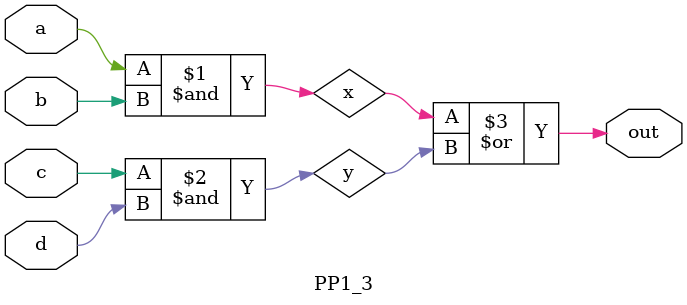
<source format=v>
`timescale 1ns / 1ps

module PP1_3(
    input a,b,c,d,
    output out
    );
wire x, y;

and And_1(x,a,b);
and And_2(y,c,d);
or Or_1(out,x,y);

endmodule

</source>
